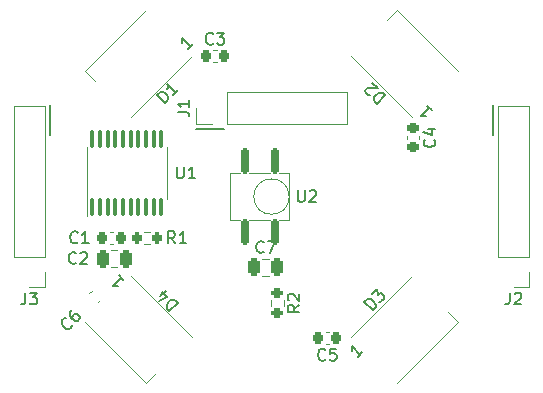
<source format=gto>
G04 #@! TF.GenerationSoftware,KiCad,Pcbnew,(6.0.10-0)*
G04 #@! TF.CreationDate,2023-01-28T23:12:22+01:00*
G04 #@! TF.ProjectId,hitpoint-proto-v1,68697470-6f69-46e7-942d-70726f746f2d,Proto V1*
G04 #@! TF.SameCoordinates,Original*
G04 #@! TF.FileFunction,Legend,Top*
G04 #@! TF.FilePolarity,Positive*
%FSLAX46Y46*%
G04 Gerber Fmt 4.6, Leading zero omitted, Abs format (unit mm)*
G04 Created by KiCad (PCBNEW (6.0.10-0)) date 2023-01-28 23:12:22*
%MOMM*%
%LPD*%
G01*
G04 APERTURE LIST*
G04 Aperture macros list*
%AMRoundRect*
0 Rectangle with rounded corners*
0 $1 Rounding radius*
0 $2 $3 $4 $5 $6 $7 $8 $9 X,Y pos of 4 corners*
0 Add a 4 corners polygon primitive as box body*
4,1,4,$2,$3,$4,$5,$6,$7,$8,$9,$2,$3,0*
0 Add four circle primitives for the rounded corners*
1,1,$1+$1,$2,$3*
1,1,$1+$1,$4,$5*
1,1,$1+$1,$6,$7*
1,1,$1+$1,$8,$9*
0 Add four rect primitives between the rounded corners*
20,1,$1+$1,$2,$3,$4,$5,0*
20,1,$1+$1,$4,$5,$6,$7,0*
20,1,$1+$1,$6,$7,$8,$9,0*
20,1,$1+$1,$8,$9,$2,$3,0*%
%AMRotRect*
0 Rectangle, with rotation*
0 The origin of the aperture is its center*
0 $1 length*
0 $2 width*
0 $3 Rotation angle, in degrees counterclockwise*
0 Add horizontal line*
21,1,$1,$2,0,0,$3*%
G04 Aperture macros list end*
%ADD10C,0.150000*%
%ADD11C,0.120000*%
%ADD12RoundRect,0.200000X0.200000X0.275000X-0.200000X0.275000X-0.200000X-0.275000X0.200000X-0.275000X0*%
%ADD13RoundRect,0.200000X-0.275000X0.200000X-0.275000X-0.200000X0.275000X-0.200000X0.275000X0.200000X0*%
%ADD14RoundRect,0.225000X-0.225000X-0.250000X0.225000X-0.250000X0.225000X0.250000X-0.225000X0.250000X0*%
%ADD15O,1.700000X1.700000*%
%ADD16R,1.700000X1.700000*%
%ADD17RoundRect,0.225000X0.225000X0.250000X-0.225000X0.250000X-0.225000X-0.250000X0.225000X-0.250000X0*%
%ADD18RoundRect,0.225000X-0.017678X0.335876X-0.335876X0.017678X0.017678X-0.335876X0.335876X-0.017678X0*%
%ADD19RotRect,1.500000X0.900000X135.000000*%
%ADD20RoundRect,0.225000X-0.250000X0.225000X-0.250000X-0.225000X0.250000X-0.225000X0.250000X0.225000X0*%
%ADD21RoundRect,0.250000X-0.250000X-0.475000X0.250000X-0.475000X0.250000X0.475000X-0.250000X0.475000X0*%
%ADD22RoundRect,0.100000X0.100000X-0.637500X0.100000X0.637500X-0.100000X0.637500X-0.100000X-0.637500X0*%
%ADD23RotRect,1.500000X0.900000X45.000000*%
%ADD24RoundRect,0.187500X0.187500X-0.937500X0.187500X0.937500X-0.187500X0.937500X-0.187500X-0.937500X0*%
%ADD25RotRect,1.500000X0.900000X225.000000*%
%ADD26RotRect,1.500000X0.900000X315.000000*%
G04 APERTURE END LIST*
D10*
X131095000Y-81750000D02*
X133500000Y-81750000D01*
X156250000Y-79750000D02*
X156250000Y-82250000D01*
X118750000Y-79750000D02*
X118750000Y-82250000D01*
X129333333Y-91452380D02*
X129000000Y-90976190D01*
X128761904Y-91452380D02*
X128761904Y-90452380D01*
X129142857Y-90452380D01*
X129238095Y-90500000D01*
X129285714Y-90547619D01*
X129333333Y-90642857D01*
X129333333Y-90785714D01*
X129285714Y-90880952D01*
X129238095Y-90928571D01*
X129142857Y-90976190D01*
X128761904Y-90976190D01*
X130285714Y-91452380D02*
X129714285Y-91452380D01*
X130000000Y-91452380D02*
X130000000Y-90452380D01*
X129904761Y-90595238D01*
X129809523Y-90690476D01*
X129714285Y-90738095D01*
X139864880Y-96666666D02*
X139388690Y-97000000D01*
X139864880Y-97238095D02*
X138864880Y-97238095D01*
X138864880Y-96857142D01*
X138912500Y-96761904D01*
X138960119Y-96714285D01*
X139055357Y-96666666D01*
X139198214Y-96666666D01*
X139293452Y-96714285D01*
X139341071Y-96761904D01*
X139388690Y-96857142D01*
X139388690Y-97238095D01*
X138960119Y-96285714D02*
X138912500Y-96238095D01*
X138864880Y-96142857D01*
X138864880Y-95904761D01*
X138912500Y-95809523D01*
X138960119Y-95761904D01*
X139055357Y-95714285D01*
X139150595Y-95714285D01*
X139293452Y-95761904D01*
X139864880Y-96333333D01*
X139864880Y-95714285D01*
X132558333Y-74527142D02*
X132510714Y-74574761D01*
X132367857Y-74622380D01*
X132272619Y-74622380D01*
X132129761Y-74574761D01*
X132034523Y-74479523D01*
X131986904Y-74384285D01*
X131939285Y-74193809D01*
X131939285Y-74050952D01*
X131986904Y-73860476D01*
X132034523Y-73765238D01*
X132129761Y-73670000D01*
X132272619Y-73622380D01*
X132367857Y-73622380D01*
X132510714Y-73670000D01*
X132558333Y-73717619D01*
X132891666Y-73622380D02*
X133510714Y-73622380D01*
X133177380Y-74003333D01*
X133320238Y-74003333D01*
X133415476Y-74050952D01*
X133463095Y-74098571D01*
X133510714Y-74193809D01*
X133510714Y-74431904D01*
X133463095Y-74527142D01*
X133415476Y-74574761D01*
X133320238Y-74622380D01*
X133034523Y-74622380D01*
X132939285Y-74574761D01*
X132891666Y-74527142D01*
X116666666Y-95632380D02*
X116666666Y-96346666D01*
X116619047Y-96489523D01*
X116523809Y-96584761D01*
X116380952Y-96632380D01*
X116285714Y-96632380D01*
X117047619Y-95632380D02*
X117666666Y-95632380D01*
X117333333Y-96013333D01*
X117476190Y-96013333D01*
X117571428Y-96060952D01*
X117619047Y-96108571D01*
X117666666Y-96203809D01*
X117666666Y-96441904D01*
X117619047Y-96537142D01*
X117571428Y-96584761D01*
X117476190Y-96632380D01*
X117190476Y-96632380D01*
X117095238Y-96584761D01*
X117047619Y-96537142D01*
X142058333Y-101287142D02*
X142010714Y-101334761D01*
X141867857Y-101382380D01*
X141772619Y-101382380D01*
X141629761Y-101334761D01*
X141534523Y-101239523D01*
X141486904Y-101144285D01*
X141439285Y-100953809D01*
X141439285Y-100810952D01*
X141486904Y-100620476D01*
X141534523Y-100525238D01*
X141629761Y-100430000D01*
X141772619Y-100382380D01*
X141867857Y-100382380D01*
X142010714Y-100430000D01*
X142058333Y-100477619D01*
X142963095Y-100382380D02*
X142486904Y-100382380D01*
X142439285Y-100858571D01*
X142486904Y-100810952D01*
X142582142Y-100763333D01*
X142820238Y-100763333D01*
X142915476Y-100810952D01*
X142963095Y-100858571D01*
X143010714Y-100953809D01*
X143010714Y-101191904D01*
X142963095Y-101287142D01*
X142915476Y-101334761D01*
X142820238Y-101382380D01*
X142582142Y-101382380D01*
X142486904Y-101334761D01*
X142439285Y-101287142D01*
X120634687Y-98370389D02*
X120634687Y-98437732D01*
X120567343Y-98572419D01*
X120500000Y-98639763D01*
X120365312Y-98707106D01*
X120230625Y-98707106D01*
X120129610Y-98673435D01*
X119961251Y-98572419D01*
X119860236Y-98471404D01*
X119759221Y-98303045D01*
X119725549Y-98202030D01*
X119725549Y-98067343D01*
X119792893Y-97932656D01*
X119860236Y-97865312D01*
X119994923Y-97797969D01*
X120062267Y-97797969D01*
X120601015Y-97124534D02*
X120466328Y-97259221D01*
X120432656Y-97360236D01*
X120432656Y-97427580D01*
X120466328Y-97595938D01*
X120567343Y-97764297D01*
X120836717Y-98033671D01*
X120937732Y-98067343D01*
X121005076Y-98067343D01*
X121106091Y-98033671D01*
X121240778Y-97898984D01*
X121274450Y-97797969D01*
X121274450Y-97730625D01*
X121240778Y-97629610D01*
X121072419Y-97461251D01*
X120971404Y-97427580D01*
X120904061Y-97427580D01*
X120803045Y-97461251D01*
X120668358Y-97595938D01*
X120634687Y-97696954D01*
X120634687Y-97764297D01*
X120668358Y-97865312D01*
X147116919Y-78926904D02*
X146409813Y-79634011D01*
X146241454Y-79465652D01*
X146174110Y-79330965D01*
X146174110Y-79196278D01*
X146207782Y-79095263D01*
X146308797Y-78926904D01*
X146409813Y-78825889D01*
X146578171Y-78724873D01*
X146679187Y-78691202D01*
X146813874Y-78691202D01*
X146948561Y-78758545D01*
X147116919Y-78926904D01*
X145803721Y-78893232D02*
X145736377Y-78893232D01*
X145635362Y-78859561D01*
X145467003Y-78691202D01*
X145433332Y-78590186D01*
X145433332Y-78522843D01*
X145467003Y-78421828D01*
X145534347Y-78354484D01*
X145669034Y-78287141D01*
X146477156Y-78287141D01*
X146039423Y-77849408D01*
X150670973Y-79793951D02*
X151075034Y-80198012D01*
X150873003Y-79995982D02*
X150165896Y-80703089D01*
X150334255Y-80669417D01*
X150468942Y-80669417D01*
X150569957Y-80703089D01*
X151287142Y-82666666D02*
X151334761Y-82714285D01*
X151382380Y-82857142D01*
X151382380Y-82952380D01*
X151334761Y-83095238D01*
X151239523Y-83190476D01*
X151144285Y-83238095D01*
X150953809Y-83285714D01*
X150810952Y-83285714D01*
X150620476Y-83238095D01*
X150525238Y-83190476D01*
X150430000Y-83095238D01*
X150382380Y-82952380D01*
X150382380Y-82857142D01*
X150430000Y-82714285D01*
X150477619Y-82666666D01*
X150715714Y-81809523D02*
X151382380Y-81809523D01*
X150334761Y-82047619D02*
X151049047Y-82285714D01*
X151049047Y-81666666D01*
X120946937Y-93107142D02*
X120899318Y-93154761D01*
X120756461Y-93202380D01*
X120661223Y-93202380D01*
X120518365Y-93154761D01*
X120423127Y-93059523D01*
X120375508Y-92964285D01*
X120327889Y-92773809D01*
X120327889Y-92630952D01*
X120375508Y-92440476D01*
X120423127Y-92345238D01*
X120518365Y-92250000D01*
X120661223Y-92202380D01*
X120756461Y-92202380D01*
X120899318Y-92250000D01*
X120946937Y-92297619D01*
X121327889Y-92297619D02*
X121375508Y-92250000D01*
X121470746Y-92202380D01*
X121708842Y-92202380D01*
X121804080Y-92250000D01*
X121851699Y-92297619D01*
X121899318Y-92392857D01*
X121899318Y-92488095D01*
X121851699Y-92630952D01*
X121280270Y-93202380D01*
X121899318Y-93202380D01*
X121083333Y-91357142D02*
X121035714Y-91404761D01*
X120892857Y-91452380D01*
X120797619Y-91452380D01*
X120654761Y-91404761D01*
X120559523Y-91309523D01*
X120511904Y-91214285D01*
X120464285Y-91023809D01*
X120464285Y-90880952D01*
X120511904Y-90690476D01*
X120559523Y-90595238D01*
X120654761Y-90500000D01*
X120797619Y-90452380D01*
X120892857Y-90452380D01*
X121035714Y-90500000D01*
X121083333Y-90547619D01*
X122035714Y-91452380D02*
X121464285Y-91452380D01*
X121750000Y-91452380D02*
X121750000Y-90452380D01*
X121654761Y-90595238D01*
X121559523Y-90690476D01*
X121464285Y-90738095D01*
X129488095Y-84952380D02*
X129488095Y-85761904D01*
X129535714Y-85857142D01*
X129583333Y-85904761D01*
X129678571Y-85952380D01*
X129869047Y-85952380D01*
X129964285Y-85904761D01*
X130011904Y-85857142D01*
X130059523Y-85761904D01*
X130059523Y-84952380D01*
X131059523Y-85952380D02*
X130488095Y-85952380D01*
X130773809Y-85952380D02*
X130773809Y-84952380D01*
X130678571Y-85095238D01*
X130583333Y-85190476D01*
X130488095Y-85238095D01*
X146073095Y-97116919D02*
X145365988Y-96409813D01*
X145534347Y-96241454D01*
X145669034Y-96174110D01*
X145803721Y-96174110D01*
X145904736Y-96207782D01*
X146073095Y-96308797D01*
X146174110Y-96409813D01*
X146275126Y-96578171D01*
X146308797Y-96679187D01*
X146308797Y-96813874D01*
X146241454Y-96948561D01*
X146073095Y-97116919D01*
X146005751Y-95770049D02*
X146443484Y-95332316D01*
X146477156Y-95837393D01*
X146578171Y-95736377D01*
X146679187Y-95702706D01*
X146746530Y-95702706D01*
X146847545Y-95736377D01*
X147015904Y-95904736D01*
X147049576Y-96005751D01*
X147049576Y-96073095D01*
X147015904Y-96174110D01*
X146813874Y-96376141D01*
X146712858Y-96409813D01*
X146645515Y-96409813D01*
X145206048Y-100670973D02*
X144801987Y-101075034D01*
X145004017Y-100873003D02*
X144296910Y-100165896D01*
X144330582Y-100334255D01*
X144330582Y-100468942D01*
X144296910Y-100569957D01*
X139738095Y-86952380D02*
X139738095Y-87761904D01*
X139785714Y-87857142D01*
X139833333Y-87904761D01*
X139928571Y-87952380D01*
X140119047Y-87952380D01*
X140214285Y-87904761D01*
X140261904Y-87857142D01*
X140309523Y-87761904D01*
X140309523Y-86952380D01*
X140738095Y-87047619D02*
X140785714Y-87000000D01*
X140880952Y-86952380D01*
X141119047Y-86952380D01*
X141214285Y-87000000D01*
X141261904Y-87047619D01*
X141309523Y-87142857D01*
X141309523Y-87238095D01*
X141261904Y-87380952D01*
X140690476Y-87952380D01*
X141309523Y-87952380D01*
X129547380Y-80333333D02*
X130261666Y-80333333D01*
X130404523Y-80380952D01*
X130499761Y-80476190D01*
X130547380Y-80619047D01*
X130547380Y-80714285D01*
X130547380Y-79333333D02*
X130547380Y-79904761D01*
X130547380Y-79619047D02*
X129547380Y-79619047D01*
X129690238Y-79714285D01*
X129785476Y-79809523D01*
X129833095Y-79904761D01*
X136833333Y-92177142D02*
X136785714Y-92224761D01*
X136642857Y-92272380D01*
X136547619Y-92272380D01*
X136404761Y-92224761D01*
X136309523Y-92129523D01*
X136261904Y-92034285D01*
X136214285Y-91843809D01*
X136214285Y-91700952D01*
X136261904Y-91510476D01*
X136309523Y-91415238D01*
X136404761Y-91320000D01*
X136547619Y-91272380D01*
X136642857Y-91272380D01*
X136785714Y-91320000D01*
X136833333Y-91367619D01*
X137166666Y-91272380D02*
X137833333Y-91272380D01*
X137404761Y-92272380D01*
X128522843Y-79566667D02*
X127815736Y-78859561D01*
X127984095Y-78691202D01*
X128118782Y-78623858D01*
X128253469Y-78623858D01*
X128354484Y-78657530D01*
X128522843Y-78758545D01*
X128623858Y-78859561D01*
X128724874Y-79027919D01*
X128758545Y-79128935D01*
X128758545Y-79263622D01*
X128691202Y-79398309D01*
X128522843Y-79566667D01*
X129600339Y-78489171D02*
X129196278Y-78893232D01*
X129398309Y-78691202D02*
X128691202Y-77984095D01*
X128724874Y-78152454D01*
X128724874Y-78287141D01*
X128691202Y-78388156D01*
X130837776Y-74564729D02*
X130433715Y-74968790D01*
X130635745Y-74766759D02*
X129928638Y-74059652D01*
X129962310Y-74228011D01*
X129962310Y-74362698D01*
X129928638Y-74463713D01*
X157666666Y-95632380D02*
X157666666Y-96346666D01*
X157619047Y-96489523D01*
X157523809Y-96584761D01*
X157380952Y-96632380D01*
X157285714Y-96632380D01*
X158095238Y-95727619D02*
X158142857Y-95680000D01*
X158238095Y-95632380D01*
X158476190Y-95632380D01*
X158571428Y-95680000D01*
X158619047Y-95727619D01*
X158666666Y-95822857D01*
X158666666Y-95918095D01*
X158619047Y-96060952D01*
X158047619Y-96632380D01*
X158666666Y-96632380D01*
X129566667Y-96477156D02*
X128859561Y-97184263D01*
X128691202Y-97015904D01*
X128623858Y-96881217D01*
X128623858Y-96746530D01*
X128657530Y-96645515D01*
X128758545Y-96477156D01*
X128859561Y-96376141D01*
X129027919Y-96275126D01*
X129128935Y-96241454D01*
X129263622Y-96241454D01*
X129398309Y-96308797D01*
X129566667Y-96477156D01*
X128085110Y-95938408D02*
X128556515Y-95467003D01*
X127984095Y-96376141D02*
X128657530Y-96039423D01*
X128219797Y-95601690D01*
X124564729Y-94162223D02*
X124968790Y-94566284D01*
X124766759Y-94364254D02*
X124059652Y-95071361D01*
X124228011Y-95037689D01*
X124362698Y-95037689D01*
X124463713Y-95071361D01*
D11*
X127187258Y-90477500D02*
X126712742Y-90477500D01*
X127187258Y-91522500D02*
X126712742Y-91522500D01*
X138522500Y-96262742D02*
X138522500Y-96737258D01*
X137477500Y-96262742D02*
X137477500Y-96737258D01*
X132584420Y-75090000D02*
X132865580Y-75090000D01*
X132584420Y-76110000D02*
X132865580Y-76110000D01*
X118330000Y-92580000D02*
X115670000Y-92580000D01*
X118330000Y-93850000D02*
X118330000Y-95180000D01*
X118330000Y-92580000D02*
X118330000Y-79820000D01*
X118330000Y-95180000D02*
X117000000Y-95180000D01*
X118330000Y-79820000D02*
X115670000Y-79820000D01*
X115670000Y-92580000D02*
X115670000Y-79820000D01*
X142365580Y-98990000D02*
X142084420Y-98990000D01*
X142365580Y-100010000D02*
X142084420Y-100010000D01*
X123008038Y-96213211D02*
X122809227Y-96412022D01*
X122286789Y-95491962D02*
X122087978Y-95690773D01*
X148113604Y-71724517D02*
X147300431Y-72537689D01*
X149386396Y-80775483D02*
X144224517Y-75613604D01*
X153275483Y-76886396D02*
X148113604Y-71724517D01*
X148990000Y-82359420D02*
X148990000Y-82640580D01*
X150010000Y-82359420D02*
X150010000Y-82640580D01*
X123938748Y-93485000D02*
X124461252Y-93485000D01*
X123938748Y-92015000D02*
X124461252Y-92015000D01*
X123809420Y-90490000D02*
X124090580Y-90490000D01*
X123809420Y-91510000D02*
X124090580Y-91510000D01*
X128635000Y-85500000D02*
X128635000Y-87700000D01*
X121865000Y-85500000D02*
X121865000Y-89100000D01*
X121865000Y-85500000D02*
X121865000Y-83300000D01*
X128635000Y-85500000D02*
X128635000Y-83300000D01*
X153275483Y-98113604D02*
X152462311Y-97300431D01*
X148113604Y-103275483D02*
X153275483Y-98113604D01*
X144224517Y-99386396D02*
X149386396Y-94224517D01*
X139000000Y-87500000D02*
G75*
G03*
X139000000Y-87500000I-1500000J0D01*
G01*
X139000000Y-85500000D02*
X134000000Y-85500000D01*
X134000000Y-85500000D02*
X134000000Y-89500000D01*
X134000000Y-89500000D02*
X139000000Y-89500000D01*
X139000000Y-89500000D02*
X139000000Y-85500000D01*
X133695000Y-81330000D02*
X133695000Y-78670000D01*
X143915000Y-81330000D02*
X143915000Y-78670000D01*
X132425000Y-81330000D02*
X131095000Y-81330000D01*
X131095000Y-81330000D02*
X131095000Y-80000000D01*
X133695000Y-78670000D02*
X143915000Y-78670000D01*
X133695000Y-81330000D02*
X143915000Y-81330000D01*
X136738748Y-94235000D02*
X137261252Y-94235000D01*
X136738748Y-92765000D02*
X137261252Y-92765000D01*
X126886396Y-71724517D02*
X121724517Y-76886396D01*
X121724517Y-76886396D02*
X122537689Y-77699569D01*
X130775483Y-75613604D02*
X125613604Y-80775483D01*
X159330000Y-92580000D02*
X159330000Y-79820000D01*
X159330000Y-95180000D02*
X158000000Y-95180000D01*
X159330000Y-92580000D02*
X156670000Y-92580000D01*
X159330000Y-79820000D02*
X156670000Y-79820000D01*
X159330000Y-93850000D02*
X159330000Y-95180000D01*
X156670000Y-92580000D02*
X156670000Y-79820000D01*
X125613604Y-94224517D02*
X130775483Y-99386396D01*
X126886396Y-103275483D02*
X127699569Y-102462311D01*
X121724517Y-98113604D02*
X126886396Y-103275483D01*
%LPC*%
D12*
X126125000Y-91000000D03*
X127775000Y-91000000D03*
D13*
X138000000Y-97325000D03*
X138000000Y-95675000D03*
D14*
X133500000Y-75600000D03*
X131950000Y-75600000D03*
D15*
X117000000Y-81150000D03*
X117000000Y-83690000D03*
X117000000Y-86230000D03*
X117000000Y-88770000D03*
X117000000Y-91310000D03*
D16*
X117000000Y-93850000D03*
D17*
X141450000Y-99500000D03*
X143000000Y-99500000D03*
D18*
X122000000Y-96500000D03*
X123096016Y-95403984D03*
D19*
X145850862Y-75684315D03*
X148184315Y-73350862D03*
X151649138Y-76815685D03*
X149315685Y-79149138D03*
D20*
X149500000Y-83275000D03*
X149500000Y-81725000D03*
D21*
X125150000Y-92750000D03*
X123250000Y-92750000D03*
D14*
X124725000Y-91000000D03*
X123175000Y-91000000D03*
D22*
X122325000Y-82637500D03*
X122975000Y-82637500D03*
X123625000Y-82637500D03*
X124275000Y-82637500D03*
X124925000Y-82637500D03*
X125575000Y-82637500D03*
X126225000Y-82637500D03*
X126875000Y-82637500D03*
X127525000Y-82637500D03*
X128175000Y-82637500D03*
X128175000Y-88362500D03*
X127525000Y-88362500D03*
X126875000Y-88362500D03*
X126225000Y-88362500D03*
X125575000Y-88362500D03*
X124925000Y-88362500D03*
X124275000Y-88362500D03*
X123625000Y-88362500D03*
X122975000Y-88362500D03*
X122325000Y-88362500D03*
D23*
X149315685Y-95850862D03*
X151649138Y-98184315D03*
X148184315Y-101649138D03*
X145850862Y-99315685D03*
D24*
X137770000Y-90500000D03*
X135230000Y-90500000D03*
X135230000Y-84500000D03*
X137770000Y-84500000D03*
D15*
X142585000Y-80000000D03*
X140045000Y-80000000D03*
X137505000Y-80000000D03*
X134965000Y-80000000D03*
D16*
X132425000Y-80000000D03*
D21*
X137950000Y-93500000D03*
X136050000Y-93500000D03*
D25*
X125684315Y-79149138D03*
X123350862Y-76815685D03*
X126815685Y-73350862D03*
X129149138Y-75684315D03*
D15*
X158000000Y-81150000D03*
X158000000Y-83690000D03*
X158000000Y-86230000D03*
X158000000Y-88770000D03*
X158000000Y-91310000D03*
D16*
X158000000Y-93850000D03*
D26*
X129149138Y-99315685D03*
X126815685Y-101649138D03*
X123350862Y-98184315D03*
X125684315Y-95850862D03*
M02*

</source>
